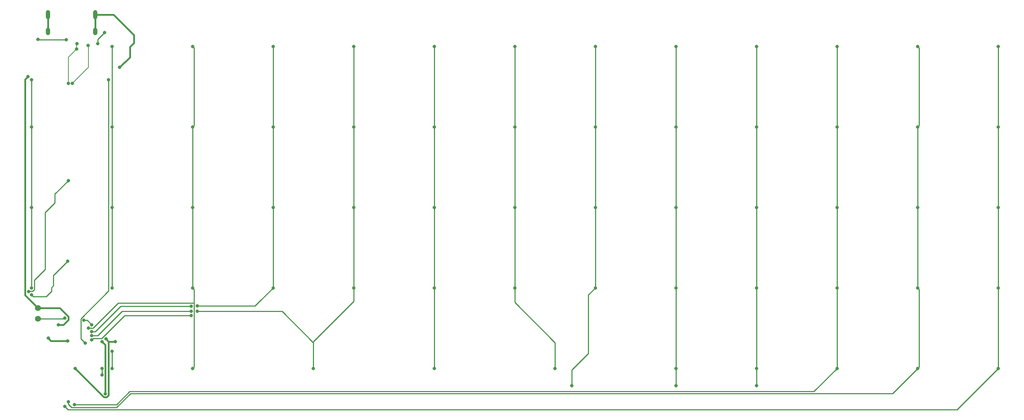
<source format=gtl>
G04 #@! TF.GenerationSoftware,KiCad,Pcbnew,(5.1.10-1-10_14)*
G04 #@! TF.CreationDate,2021-09-30T10:55:57+10:00*
G04 #@! TF.ProjectId,WTLBetter62,57544c42-6574-4746-9572-36322e6b6963,rev?*
G04 #@! TF.SameCoordinates,Original*
G04 #@! TF.FileFunction,Copper,L1,Top*
G04 #@! TF.FilePolarity,Positive*
%FSLAX46Y46*%
G04 Gerber Fmt 4.6, Leading zero omitted, Abs format (unit mm)*
G04 Created by KiCad (PCBNEW (5.1.10-1-10_14)) date 2021-09-30 10:55:57*
%MOMM*%
%LPD*%
G01*
G04 APERTURE LIST*
G04 #@! TA.AperFunction,ComponentPad*
%ADD10O,1.000000X2.200000*%
G04 #@! TD*
G04 #@! TA.AperFunction,ComponentPad*
%ADD11O,1.000000X1.800000*%
G04 #@! TD*
G04 #@! TA.AperFunction,ComponentPad*
%ADD12C,1.400000*%
G04 #@! TD*
G04 #@! TA.AperFunction,ViaPad*
%ADD13C,0.800000*%
G04 #@! TD*
G04 #@! TA.AperFunction,Conductor*
%ADD14C,0.381000*%
G04 #@! TD*
G04 #@! TA.AperFunction,Conductor*
%ADD15C,0.250000*%
G04 #@! TD*
G04 #@! TA.AperFunction,Conductor*
%ADD16C,0.200000*%
G04 #@! TD*
G04 APERTURE END LIST*
D10*
X30138750Y21826000D03*
X41298750Y21826000D03*
D11*
X41298750Y17826000D03*
X30138750Y17826000D03*
D12*
X27781250Y-50165000D03*
X27781250Y-47625000D03*
D13*
X45243750Y-42862500D03*
X45243750Y-4762500D03*
X45243750Y-23812500D03*
X45243750Y-61912500D03*
X45243750Y14287500D03*
X83343750Y-42862500D03*
X83343750Y-4762500D03*
X83343750Y-23812500D03*
X102393750Y-42862500D03*
X102393750Y-4762500D03*
X102393750Y-23812500D03*
X140493750Y-42862500D03*
X140493750Y-4762500D03*
X140493750Y-23812500D03*
X159543750Y-42862500D03*
X159543750Y-4762500D03*
X159543750Y-23812500D03*
X254793750Y-42862500D03*
X254793750Y-4762500D03*
X254793750Y-23812500D03*
X254793750Y-61912500D03*
X254793750Y14287500D03*
X235743750Y-42862500D03*
X235743750Y-4762500D03*
X235743750Y-23812500D03*
X235743750Y-61912500D03*
X235743750Y14287500D03*
X216693750Y-42862500D03*
X216693750Y-4762500D03*
X216693750Y-23812500D03*
X216693750Y-61912500D03*
X216693750Y14287500D03*
X197643750Y-42862500D03*
X197643750Y-4762500D03*
X197643750Y-23812500D03*
X197643750Y-61912500D03*
X197643750Y14287500D03*
X178593750Y-42862500D03*
X178593750Y-4762500D03*
X178593750Y-23812500D03*
X178593750Y-61912500D03*
X178593750Y14287500D03*
X159543750Y14287500D03*
X140493750Y14287500D03*
X121443750Y-42862500D03*
X121443750Y-4762500D03*
X121443750Y-23812500D03*
X121443750Y-61912500D03*
X121443750Y14287500D03*
X102393750Y14287500D03*
X83343750Y14287500D03*
X32543750Y-51593750D03*
X47040778Y9315472D03*
X36512500Y-61912500D03*
X43812500Y-54925000D03*
X46037500Y-55562500D03*
X25403249Y7146999D03*
X42862500Y-55562500D03*
X43656250Y-67925021D03*
X30162500Y-54768750D03*
X34735471Y-55372971D03*
X38893750Y-55906256D03*
X44450000Y6350000D03*
X34925000Y-17462500D03*
X25515778Y-43772028D03*
X34777499Y-36512500D03*
X26222886Y-44479136D03*
X35875003Y5556250D03*
X39562883Y14538069D03*
X34925000Y5556250D03*
X37002208Y14932207D03*
X36873695Y13632206D03*
X27714561Y15941689D03*
X34436290Y15905216D03*
X43486897Y17544040D03*
X41906657Y14919157D03*
X26193750Y-4762500D03*
X26193750Y-23812500D03*
X26193750Y-42862500D03*
X26193750Y6350000D03*
X42865750Y-61912500D03*
X42862500Y-63500000D03*
X45243750Y-57866249D03*
X64293750Y14287500D03*
X64293750Y-4762500D03*
X64293750Y-23812500D03*
X64293750Y-42862500D03*
X64293750Y-61912500D03*
X39687500Y-52387500D03*
X40481250Y-53181250D03*
X63968749Y-47162499D03*
X65430000Y-47160000D03*
X92868750Y-61912500D03*
X40481250Y-54181253D03*
X63968749Y-48418750D03*
X65418749Y-48418750D03*
X40481250Y-55181256D03*
X63968749Y-49418753D03*
X150018750Y-61912500D03*
X153987500Y-66000000D03*
X178593750Y-66000000D03*
X197643750Y-66000000D03*
X36341031Y-70458718D03*
X34925000Y-69850000D03*
X34131250Y-70943760D03*
X34131250Y-50006250D03*
X38595831Y-50502081D03*
X40481250Y-51593750D03*
D14*
X32919942Y-47625000D02*
X34921751Y-49626809D01*
X33713692Y-51593750D02*
X32543750Y-51593750D01*
X34921751Y-49626809D02*
X34921751Y-50385691D01*
X34921751Y-50385691D02*
X33713692Y-51593750D01*
X27781250Y-47625000D02*
X32919942Y-47625000D01*
X50468001Y16941191D02*
X45583192Y21826000D01*
X50468001Y15126309D02*
X50468001Y16941191D01*
X49484941Y14143249D02*
X50468001Y15126309D01*
X45583192Y21826000D02*
X41298750Y21826000D01*
X49484941Y11759635D02*
X49484941Y14143249D01*
X47040778Y9315472D02*
X49484941Y11759635D01*
X44446751Y-55559251D02*
X43812500Y-54925000D01*
X44446751Y-68304462D02*
X44446751Y-55559251D01*
X44035691Y-68715522D02*
X44446751Y-68304462D01*
X43315522Y-68715522D02*
X44035691Y-68715522D01*
X36512500Y-61912500D02*
X43315522Y-68715522D01*
X44450000Y-55562500D02*
X43812500Y-54925000D01*
X46037500Y-55562500D02*
X44450000Y-55562500D01*
X30138750Y21826000D02*
X30138750Y17826000D01*
X41298750Y17826000D02*
X41298750Y21826000D01*
X27781250Y-47625000D02*
X24725277Y-44569027D01*
X24725277Y6469027D02*
X25403249Y7146999D01*
X24725277Y-44569027D02*
X24725277Y6469027D01*
X43656250Y-67925021D02*
X43656250Y-56356250D01*
X43656250Y-56356250D02*
X42862500Y-55562500D01*
X30766721Y-55372971D02*
X34735471Y-55372971D01*
X30162500Y-54768750D02*
X30766721Y-55372971D01*
D15*
X44450000Y-43574910D02*
X44450000Y6350000D01*
X37870830Y-50154080D02*
X44450000Y-43574910D01*
X37870830Y-54883336D02*
X37870830Y-50154080D01*
X38893750Y-55906256D02*
X37870830Y-54883336D01*
X26918751Y-43210501D02*
X26473002Y-43656250D01*
X26918751Y-41023997D02*
X26918751Y-43210501D01*
X31750000Y-22761776D02*
X29457501Y-25054275D01*
X31750000Y-20637500D02*
X31750000Y-22761776D01*
X29457501Y-38485247D02*
X26918751Y-41023997D01*
X29457501Y-25054275D02*
X29457501Y-38485247D01*
X34925000Y-17462500D02*
X31750000Y-20637500D01*
X25631556Y-43656250D02*
X25515778Y-43772028D01*
X26473002Y-43656250D02*
X25631556Y-43656250D01*
X31352501Y-39937498D02*
X31352501Y-42337251D01*
X34777499Y-36512500D02*
X31352501Y-39937498D01*
X30962499Y-42727253D02*
X31352501Y-42337251D01*
X29681249Y-44931251D02*
X30962499Y-43650001D01*
X26675001Y-44931251D02*
X29681249Y-44931251D01*
X30962499Y-43650001D02*
X30962499Y-42727253D01*
X26222886Y-44479136D02*
X26675001Y-44931251D01*
D16*
X39667501Y14433451D02*
X39562883Y14538069D01*
X39667501Y9348748D02*
X39667501Y14433451D01*
X35875003Y5556250D02*
X39667501Y9348748D01*
X36873695Y14803694D02*
X37002208Y14932207D01*
X36873695Y13632206D02*
X36873695Y14803694D01*
X34925000Y11683511D02*
X36873695Y13632206D01*
X34925000Y5556250D02*
X34925000Y11683511D01*
D15*
X27817467Y15838783D02*
X27714561Y15941689D01*
X27751034Y15905216D02*
X27714561Y15941689D01*
X34436290Y15905216D02*
X27751034Y15905216D01*
X41906657Y15963800D02*
X43486897Y17544040D01*
X41906657Y14919157D02*
X41906657Y15963800D01*
X26193750Y6350000D02*
X26193750Y-42862500D01*
X42865750Y-63496750D02*
X42862500Y-63500000D01*
X42865750Y-61912500D02*
X42865750Y-63496750D01*
X45243750Y-61912500D02*
X45243750Y-57866249D01*
X45243750Y14287500D02*
X45243750Y-42862500D01*
X64693749Y-43262499D02*
X64293750Y-42862500D01*
X64293750Y-61912500D02*
X64693749Y-61512501D01*
X64293750Y-42862500D02*
X64293750Y-4762500D01*
X64693749Y13887501D02*
X64293750Y14287500D01*
X64693749Y-4362501D02*
X64693749Y13887501D01*
X64293750Y-4762500D02*
X64693749Y-4362501D01*
X46710503Y-46437499D02*
X64693749Y-46437499D01*
X40760502Y-52387500D02*
X46710503Y-46437499D01*
X39687500Y-52387500D02*
X40760502Y-52387500D01*
X64693749Y-46437499D02*
X64693749Y-43262499D01*
X64693749Y-61512501D02*
X64693749Y-46437499D01*
X40481250Y-53181250D02*
X41275000Y-53181250D01*
X47293751Y-47162499D02*
X63968749Y-47162499D01*
X41275000Y-53181250D02*
X47293751Y-47162499D01*
X79046250Y-47160000D02*
X80168750Y-46037500D01*
X65430000Y-47160000D02*
X79046250Y-47160000D01*
X80168750Y-46037500D02*
X83343750Y-42862500D01*
X79256098Y-46950152D02*
X80168750Y-46037500D01*
X83343750Y14287500D02*
X83343750Y-42862500D01*
X102393750Y-5268502D02*
X102393750Y-42862500D01*
X102393750Y14287500D02*
X102393750Y-5268502D01*
X92868750Y-55562500D02*
X102393750Y-46037500D01*
X102393750Y-46037500D02*
X102393750Y-42862500D01*
X40481250Y-54181253D02*
X41862497Y-54181253D01*
X47625000Y-48418750D02*
X63968749Y-48418750D01*
X41862497Y-54181253D02*
X47625000Y-48418750D01*
X85473974Y-48418750D02*
X92868750Y-55813526D01*
X65418749Y-48418750D02*
X85473974Y-48418750D01*
X92868750Y-55813526D02*
X92868750Y-56356250D01*
X92868750Y-56356250D02*
X92868750Y-55562500D01*
X92868750Y-61912500D02*
X92868750Y-56356250D01*
X121443750Y-61912500D02*
X121443750Y14287500D01*
X40825007Y-54837499D02*
X42793751Y-54837499D01*
X40481250Y-55181256D02*
X40825007Y-54837499D01*
X48212497Y-49418753D02*
X63968749Y-49418753D01*
X42793751Y-54837499D02*
X48212497Y-49418753D01*
X150018750Y-55813526D02*
X150018750Y-61912500D01*
X140493750Y-46288526D02*
X150018750Y-55813526D01*
X140493750Y14287500D02*
X140493750Y-46288526D01*
X159543750Y14287500D02*
X159543750Y-42862500D01*
X157877499Y-58342253D02*
X157877499Y-44528751D01*
X157877499Y-44528751D02*
X159543750Y-42862500D01*
X153987500Y-62232252D02*
X157877499Y-58342253D01*
X153987500Y-66000000D02*
X153987500Y-62232252D01*
X178593750Y-61912500D02*
X178593750Y14287500D01*
X178593750Y-66000000D02*
X178593750Y-61912500D01*
X197643750Y-61912500D02*
X197643750Y14287500D01*
X197643750Y-66000000D02*
X197643750Y-61912500D01*
X216693750Y14287500D02*
X216693750Y-61912500D01*
X46379872Y-70458718D02*
X49446351Y-67392239D01*
X36341031Y-70458718D02*
X46379872Y-70458718D01*
X211214011Y-67392239D02*
X216693750Y-61912500D01*
X49446351Y-67392239D02*
X211214011Y-67392239D01*
X235743750Y-42862500D02*
X235743750Y-4762500D01*
X236143749Y13887501D02*
X235743750Y14287500D01*
X236143749Y-4362501D02*
X236143749Y13887501D01*
X235743750Y-4762500D02*
X236143749Y-4362501D01*
X236143749Y-43262499D02*
X236143749Y-61512501D01*
X236143749Y-61512501D02*
X235743750Y-61912500D01*
X235743750Y-42862500D02*
X236143749Y-43262499D01*
X229814001Y-67842249D02*
X49632751Y-67842249D01*
X235743750Y-61912500D02*
X229814001Y-67842249D01*
X35693034Y-71183719D02*
X34925000Y-70415685D01*
X34925000Y-70415685D02*
X34925000Y-69850000D01*
X46291281Y-71183719D02*
X35693034Y-71183719D01*
X49632751Y-67842249D02*
X46291281Y-71183719D01*
X254793750Y14287500D02*
X254793750Y-61912500D01*
X34821218Y-71633728D02*
X245072522Y-71633728D01*
X245072522Y-71633728D02*
X254793750Y-61912500D01*
X34131250Y-70943760D02*
X34821218Y-71633728D01*
X33972500Y-50165000D02*
X34131250Y-50006250D01*
X27781250Y-50165000D02*
X33972500Y-50165000D01*
X39389581Y-50502081D02*
X40481250Y-51593750D01*
X38595831Y-50502081D02*
X39389581Y-50502081D01*
M02*

</source>
